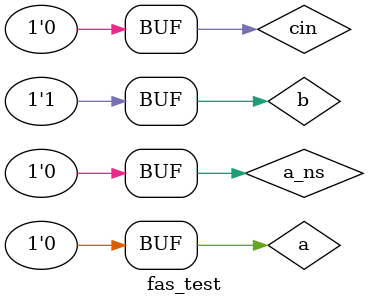
<source format=sv>
module fas_test;

// Put your code here
// ------------------

logic a;
logic b;
logic cin;
logic s;
logic cout;
logic a_ns;

fas uut(
.a(a),
.b(b),
.cin(cin),
.a_ns(a_ns),
.s(s),
.cout(cout)
);

initial begin
       a=1'b0;
       b=1'b1;
       cin=1'b0;
       a_ns=1'b0;
      
       #100
       a=1'b0;
       b=1'b1;
       cin=1'b0;
       a_ns=1'b1;
    
       #100
       a=1'b0;
       b=1'b1;
       cin=1'b0;
       a_ns=1'b0;
     
end     

// End of your code

endmodule

</source>
